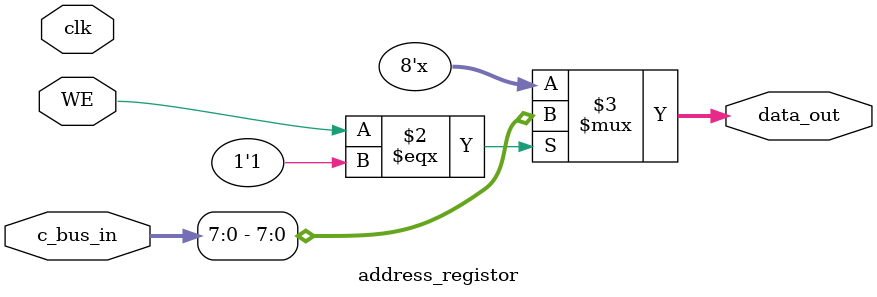
<source format=v>
module address_registor #(
    parameter DATA_LEN = 16,
    parameter ADDRESS_LEN = 8
)
(
    input [DATA_LEN - 1:0] c_bus_in,
    input clk,
    input WE,  //Write enable
    output reg [ADDRESS_LEN - 1:0] data_out
);

always @(c_bus_in or WE) begin
    if (WE===1'b1) begin
        data_out <= c_bus_in[ADDRESS_LEN - 1:0];
    end 
end
    
endmodule

</source>
